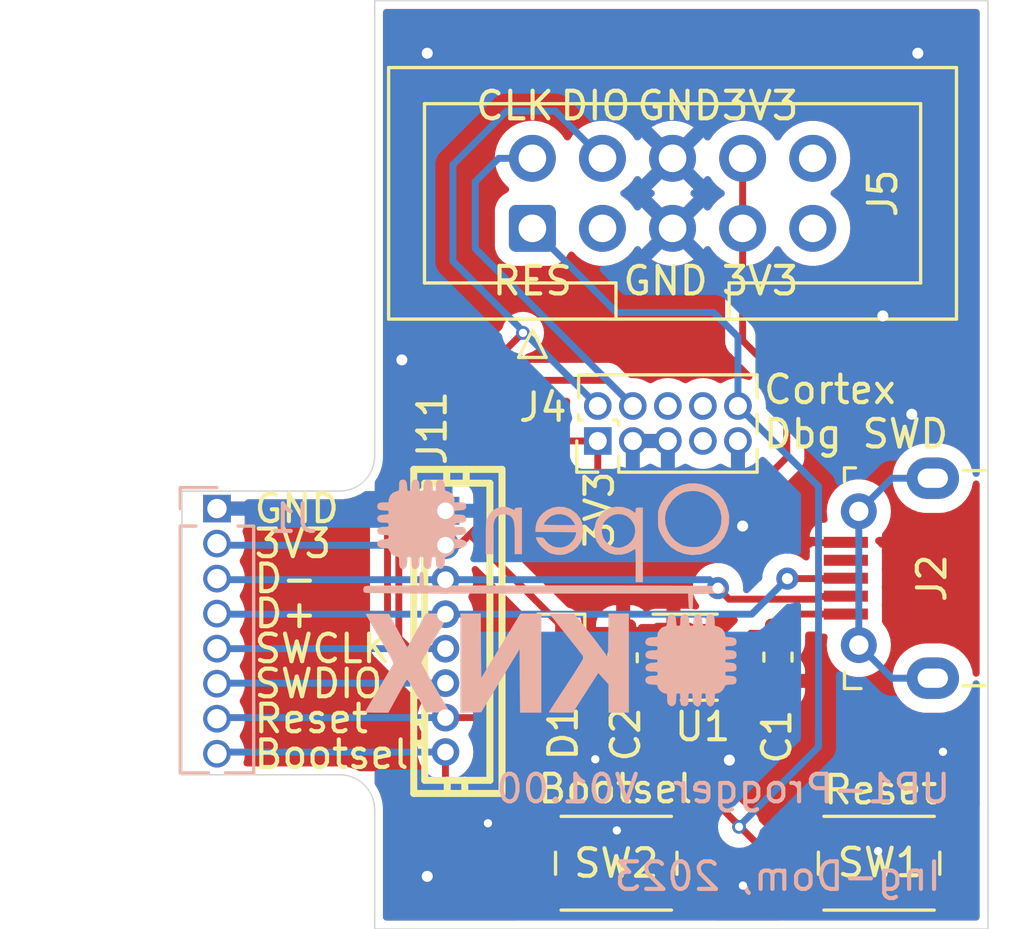
<source format=kicad_pcb>
(kicad_pcb (version 20221018) (generator pcbnew)
  (title_block (date "2023-12-08") (rev "V01.00"))
  (layers (0 "F.Cu" signal) (31 "B.Cu" signal) (34 "B.Paste" user) (35 "F.Paste" user) (36 "B.SilkS" user "B.Silkscreen") (37 "F.SilkS" user "F.Silkscreen") (38 "B.Mask" user) (39 "F.Mask" user) (44 "Edge.Cuts" user))
  (net 0 "")
  (net 1 "Reset")
  (net 2 "SWDIO")
  (net 3 "SWCLK")
  (net 4 "D+")
  (net 5 "D-")
  (net 6 "GND")
  (net 7 "+5V")
  (net 8 "Net-(D1-A)")
  (net 9 "+3.3V")
  (net 11 "unconnected-(J2-Shield-Pad6)")
  (net 14 "Bootsel")
  (footprint "Connector_PinHeader_1.27mm:PinHeader_2x05_P1.27mm_Vertical" (layer "F.Cu") (at 105.24 110.58 90)
    (fp_text reference "J4" (at 1.22 -1.99 180) (layer "F.SilkS"))
    (fp_text value "SWD_Interface")
    (pad "1" thru_hole rect (at 0 0 90) (size 1 1) (drill 0.65) (layers "*.Cu" "*.Mask") (net 9 "+3.3V"))
    (pad "2" thru_hole oval (at 1.27 0 90) (size 1 1) (drill 0.65) (layers "*.Cu" "*.Mask") (net 2 "SWDIO"))
    (pad "3" thru_hole oval (at 0 1.27 90) (size 1 1) (drill 0.65) (layers "*.Cu" "*.Mask") (net 6 "GND"))
    (pad "4" thru_hole oval (at 1.27 1.27 90) (size 1 1) (drill 0.65) (layers "*.Cu" "*.Mask") (net 3 "SWCLK"))
    (pad "5" thru_hole oval (at 0 2.54 90) (size 1 1) (drill 0.65) (layers "*.Cu" "*.Mask") (net 6 "GND"))
    (pad "6" thru_hole oval (at 1.27 2.54 90) (size 1 1) (drill 0.65) (layers "*.Cu" "*.Mask"))
    (pad "7" thru_hole oval (at 0 3.81 90) (size 1 1) (drill 0.65) (layers "*.Cu" "*.Mask"))
    (pad "8" thru_hole oval (at 1.27 3.81 90) (size 1 1) (drill 0.65) (layers "*.Cu" "*.Mask"))
    (pad "9" thru_hole oval (at 0 5.08 90) (size 1 1) (drill 0.65) (layers "*.Cu" "*.Mask") (net 6 "GND"))
    (pad "10" thru_hole oval (at 1.27 5.08 90) (size 1 1) (drill 0.65) (layers "*.Cu" "*.Mask") (net 1 "Reset"))
  )
  (footprint "Connector_IDC:IDC-Header_2x05_P2.54mm_Vertical" (layer "F.Cu") (at 102.87 102.87 90)
    (fp_text reference "J5" (at 1.27 12.7 90) (layer "F.SilkS"))
    (fp_text value "ST Link V2 Clone")
    (pad "1" thru_hole roundrect (at 0 0 90) (size 1.7 1.7) (drill 1) (layers "*.Cu" "*.Mask") (roundrect_rratio 0.1470588235) (net 1 "Reset"))
    (pad "2" thru_hole circle (at 2.54 0 90) (size 1.7 1.7) (drill 1) (layers "*.Cu" "*.Mask") (net 3 "SWCLK"))
    (pad "3" thru_hole circle (at 0 2.54 90) (size 1.7 1.7) (drill 1) (layers "*.Cu" "*.Mask"))
    (pad "4" thru_hole circle (at 2.54 2.54 90) (size 1.7 1.7) (drill 1) (layers "*.Cu" "*.Mask") (net 2 "SWDIO"))
    (pad "5" thru_hole circle (at 0 5.08 90) (size 1.7 1.7) (drill 1) (layers "*.Cu" "*.Mask") (net 6 "GND"))
    (pad "6" thru_hole circle (at 2.54 5.08 90) (size 1.7 1.7) (drill 1) (layers "*.Cu" "*.Mask") (net 6 "GND"))
    (pad "7" thru_hole circle (at 0 7.62 90) (size 1.7 1.7) (drill 1) (layers "*.Cu" "*.Mask") (net 9 "+3.3V"))
    (pad "8" thru_hole circle (at 2.54 7.62 90) (size 1.7 1.7) (drill 1) (layers "*.Cu" "*.Mask") (net 9 "+3.3V"))
    (pad "9" thru_hole circle (at 0 10.16 90) (size 1.7 1.7) (drill 1) (layers "*.Cu" "*.Mask"))
    (pad "10" thru_hole circle (at 2.54 10.16 90) (size 1.7 1.7) (drill 1) (layers "*.Cu" "*.Mask"))
  )
  (footprint "Capacitor_SMD:C_0603_1608Metric_Pad1.08x0.95mm_HandSolder" (layer "F.Cu") (at 111.77 118.4175 -90)
    (fp_text reference "C1" (at 2.8825 0.04 -90) (layer "F.SilkS"))
    (fp_text value "1u")
    (pad "1" smd roundrect (at -0.8625 0 270) (size 1.075 0.95) (layers "F.Cu" "F.Paste" "F.Mask") (net 7 "+5V"))
    (pad "2" smd roundrect (at 0.8625 0 270) (size 1.075 0.95) (layers "F.Cu" "F.Paste" "F.Mask") (net 6 "GND"))
  )
  (footprint "Capacitor_SMD:C_0603_1608Metric_Pad1.08x0.95mm_HandSolder" (layer "F.Cu") (at 106.16 118.44 90)
    (fp_text reference "C2" (at -2.78 0.09 90) (layer "F.SilkS"))
    (fp_text value "1u")
    (pad "1" smd roundrect (at -0.8625 0 90) (size 1.075 0.95) (layers "F.Cu" "F.Paste" "F.Mask") (net 8 "Net-(D1-A)"))
    (pad "2" smd roundrect (at 0.8625 0 90) (size 1.075 0.95) (layers "F.Cu" "F.Paste" "F.Mask") (net 6 "GND"))
  )
  (footprint "EasyEDAModLib:C455282_SW-SMD_4P-L4.2-W3.3-P2.15-LS5.1_Handsolder" (layer "F.Cu") (at 105.91 125.89)
    (fp_text reference "SW2" (at 0 0) (layer "F.SilkS"))
    (fp_text value "Bootsel" (at -0.03 -2.7) (layer "F.SilkS"))
    (pad "1" smd rect (at -2.35 -1.075) (size 1.6 1.05) (layers "F.Cu" "F.Paste" "F.Mask") (net 6 "GND"))
    (pad "1" smd rect (at 2.35 -1.075) (size 1.6 1.05) (layers "F.Cu" "F.Paste" "F.Mask") (net 6 "GND"))
    (pad "2" smd rect (at -2.35 1.075) (size 1.6 1.05) (layers "F.Cu" "F.Paste" "F.Mask") (net 14 "Bootsel"))
    (pad "2" smd rect (at 2.35 1.075) (size 1.6 1.05) (layers "F.Cu" "F.Paste" "F.Mask") (net 14 "Bootsel"))
  )
  (footprint "Package_TO_SOT_SMD:SOT-23" (layer "F.Cu") (at 108.92 118.42)
    (fp_text reference "U1" (at 0.12 2.52 -180) (layer "F.SilkS"))
    (fp_text value "LDO_3V3_SOT23-3")
    (pad "1" smd roundrect (at -0.9375 -0.95) (size 1.475 0.6) (layers "F.Cu" "F.Paste" "F.Mask") (net 6 "GND"))
    (pad "2" smd roundrect (at -0.9375 0.95) (size 1.475 0.6) (layers "F.Cu" "F.Paste" "F.Mask") (net 8 "Net-(D1-A)"))
    (pad "3" smd roundrect (at 0.9375 0) (size 1.475 0.6) (layers "F.Cu" "F.Paste" "F.Mask") (net 7 "+5V"))
  )
  (footprint "EasyEDAModLib:C455282_SW-SMD_4P-L4.2-W3.3-P2.15-LS5.1_Handsolder" (layer "F.Cu") (at 115.435 125.89)
    (fp_text reference "SW1" (at 0.025 -0.02) (layer "F.SilkS"))
    (fp_text value "Reset" (at 0.055 -2.66) (layer "F.SilkS"))
    (pad "1" smd rect (at -2.35 -1.075) (size 1.6 1.05) (layers "F.Cu" "F.Paste" "F.Mask") (net 6 "GND"))
    (pad "1" smd rect (at 2.35 -1.075) (size 1.6 1.05) (layers "F.Cu" "F.Paste" "F.Mask") (net 6 "GND"))
    (pad "2" smd rect (at -2.35 1.075) (size 1.6 1.05) (layers "F.Cu" "F.Paste" "F.Mask") (net 1 "Reset"))
    (pad "2" smd rect (at 2.35 1.075) (size 1.6 1.05) (layers "F.Cu" "F.Paste" "F.Mask") (net 1 "Reset"))
  )
  (footprint "DomsKiCADLib:USB_Micro-B_JING_C10418" (layer "F.Cu") (at 115.98 115.555 -90)
    (fp_text reference "J2" (at 0 -1.368 -90) (layer "F.SilkS"))
    (fp_text value "USB_B_Micro")
    (pad "1" smd rect (at 1.3 1.75 270) (size 0.4 1.6) (layers "F.Cu" "F.Paste" "F.Mask") (net 7 "+5V"))
    (pad "2" smd rect (at 0.65 1.75 270) (size 0.4 1.6) (layers "F.Cu" "F.Paste" "F.Mask") (net 5 "D-"))
    (pad "3" smd rect (at 0 1.75 270) (size 0.4 1.6) (layers "F.Cu" "F.Paste" "F.Mask") (net 4 "D+"))
    (pad "4" smd rect (at -0.65 1.75 270) (size 0.4 1.6) (layers "F.Cu" "F.Paste" "F.Mask"))
    (pad "5" smd rect (at -1.3 1.75 270) (size 0.4 1.6) (layers "F.Cu" "F.Paste" "F.Mask") (net 6 "GND"))
    (pad "6" thru_hole oval (at -3.625 -1.4 90) (size 1.5 1.9) (drill oval 0.7 1.1) (layers "*.Cu" "*.Mask") (net 11 "unconnected-(J2-Shield-Pad6)"))
    (pad "6" thru_hole circle (at -2.425 1.28 90) (size 1.3 1.3) (drill 0.7) (layers "*.Cu" "*.Mask") (net 11 "unconnected-(J2-Shield-Pad6)"))
    (pad "6" thru_hole circle (at 2.425 1.28 90) (size 1.3 1.3) (drill 0.7) (layers "*.Cu" "*.Mask") (net 11 "unconnected-(J2-Shield-Pad6)"))
    (pad "6" thru_hole oval (at 3.625 -1.4 90) (size 1.5 1.9) (drill oval 0.7 1.1) (layers "*.Cu" "*.Mask") (net 11 "unconnected-(J2-Shield-Pad6)"))
  )
  (footprint "EasyEDALib:CONN-TH_1.25-8A" (layer "F.Cu") (at 99.72 117.484968 -90)
    (fp_text reference "J11" (at -7.374968 0.48 90) (layer "F.SilkS"))
    (fp_text value "UP1_Prog_Connector")
    (pad "1" thru_hole rect (at -4.375032 0 270) (size 1 1) (drill 0.6) (layers "*.Cu" "*.Mask") (net 6 "GND"))
    (pad "2" thru_hole circle (at -3.125095 0 270) (size 1 1) (drill 0.6) (layers "*.Cu" "*.Mask") (net 9 "+3.3V"))
    (pad "3" thru_hole circle (at -1.874905 0 270) (size 1 1) (drill 0.6) (layers "*.Cu" "*.Mask") (net 5 "D-"))
    (pad "4" thru_hole circle (at -0.624968 0 270) (size 1 1) (drill 0.6) (layers "*.Cu" "*.Mask") (net 4 "D+"))
    (pad "5" thru_hole circle (at 0.624968 0 270) (size 1 1) (drill 0.6) (layers "*.Cu" "*.Mask") (net 3 "SWCLK"))
    (pad "6" thru_hole circle (at 1.874905 0 270) (size 1 1) (drill 0.6) (layers "*.Cu" "*.Mask") (net 2 "SWDIO"))
    (pad "7" thru_hole circle (at 3.125095 0 270) (size 1 1) (drill 0.6) (layers "*.Cu" "*.Mask") (net 1 "Reset"))
    (pad "8" thru_hole circle (at 4.375032 0 270) (size 1 1) (drill 0.6) (layers "*.Cu" "*.Mask") (net 14 "Bootsel"))
  )
  (footprint "Diode_SMD:D_SOD-323" (layer "F.Cu") (at 103.92 118.47 -90)
    (fp_text reference "D1" (at 2.71 -0.07 90) (layer "F.SilkS"))
    (fp_text value "1N5819")
    (pad "1" smd roundrect (at -1.05 0 270) (size 0.6 0.45) (layers "F.Cu" "F.Paste" "F.Mask") (net 9 "+3.3V"))
    (pad "2" smd roundrect (at 1.05 0 270) (size 0.6 0.45) (layers "F.Cu" "F.Paste" "F.Mask") (net 8 "Net-(D1-A)"))
  )
  (footprint "Connector_PinSocket_1.27mm:PinSocket_1x08_P1.27mm_Vertical" (layer "B.Cu") (at 91.44 113.03 180)
    (fp_text reference "J1" (at -2.7686 -0.3556) (layer "B.SilkS") (effects (justify mirror)))
    (fp_text value "UP1_Prog_Connector")
    (pad "1" thru_hole rect (at 0 0 180) (size 1 1) (drill 0.7) (layers "*.Cu" "*.Mask") (net 6 "GND"))
    (pad "2" thru_hole oval (at 0 -1.27 180) (size 1 1) (drill 0.7) (layers "*.Cu" "*.Mask") (net 9 "+3.3V"))
    (pad "3" thru_hole oval (at 0 -2.54 180) (size 1 1) (drill 0.7) (layers "*.Cu" "*.Mask") (net 5 "D-"))
    (pad "4" thru_hole oval (at 0 -3.81 180) (size 1 1) (drill 0.7) (layers "*.Cu" "*.Mask") (net 4 "D+"))
    (pad "5" thru_hole oval (at 0 -5.08 180) (size 1 1) (drill 0.7) (layers "*.Cu" "*.Mask") (net 3 "SWCLK"))
    (pad "6" thru_hole oval (at 0 -6.35 180) (size 1 1) (drill 0.7) (layers "*.Cu" "*.Mask") (net 2 "SWDIO"))
    (pad "7" thru_hole oval (at 0 -7.62 180) (size 1 1) (drill 0.7) (layers "*.Cu" "*.Mask") (net 1 "Reset"))
    (pad "8" thru_hole oval (at 0 -8.89 180) (size 1 1) (drill 0.7) (layers "*.Cu" "*.Mask") (net 14 "Bootsel"))
  )
  (footprint "OpenKNX:OpenKNX_Logo_14x09" (layer "B.Cu") (at 103.505 116.84 180)
    (fp_text reference "G***" hide)
    (fp_text value "LOGO" hide)
  )
  (gr_line (start 97.155 128.27) (end 97.155 123.952) (stroke (width 0.05)) (layer "Edge.Cuts"))
  (gr_arc (start 97.155 111.125) (mid 96.783026 112.023026) (end 95.885 112.395) (stroke (width 0.05)) (layer "Edge.Cuts"))
  (gr_line (start 90.17 122.682) (end 95.885 122.682) (stroke (width 0.05)) (layer "Edge.Cuts"))
  (gr_line (start 92.71 112.395) (end 90.17 112.395) (stroke (width 0.05)) (layer "Edge.Cuts"))
  (gr_line (start 90.17 112.395) (end 90.17 122.682) (stroke (width 0.05)) (layer "Edge.Cuts"))
  (gr_arc (start 95.885 122.682) (mid 96.783026 123.053974) (end 97.155 123.952) (stroke (width 0.05)) (layer "Edge.Cuts"))
  (gr_line (start 97.155 94.615) (end 119.38 94.615) (stroke (width 0.05)) (layer "Edge.Cuts"))
  (gr_line (start 97.155 106.045) (end 97.155 94.615) (stroke (width 0.05)) (layer "Edge.Cuts"))
  (gr_line (start 119.38 94.615) (end 119.38 128.27) (stroke (width 0.05)) (layer "Edge.Cuts"))
  (gr_line (start 97.155 111.125) (end 97.155 106.045) (stroke (width 0.05)) (layer "Edge.Cuts"))
  (gr_line (start 119.38 128.27) (end 97.155 128.27) (stroke (width 0.05)) (layer "Edge.Cuts"))
  (gr_line (start 92.71 112.395) (end 95.885 112.395) (stroke (width 0.05)) (layer "Edge.Cuts"))
  (gr_text "Ing-Dom, 2023" (at 111.76 126.365) (layer "B.SilkS") (effects (font (size 1 1)) (justify mirror)))
  (gr_text "UP1-Progger" (at 118.11 123.19) (layer "B.SilkS") (effects (font (size 1 1)) (justify left mirror)))
  (gr_text "V01.00" (at 104.14 123.19) (layer "B.SilkS") (effects (font (size 1 1)) (justify mirror)))
  (gr_text "3V3" (at 92.71 114.3) (layer "F.SilkS") (effects (font (size 1 1)) (justify left)))
  (gr_text "D-" (at 92.71 115.57) (layer "F.SilkS") (effects (font (size 1 1)) (justify left)))
  (gr_text "D+" (at 92.71 116.84) (layer "F.SilkS") (effects (font (size 1 1)) (justify left)))
  (gr_text "SWCLK" (at 92.71 118.11) (layer "F.SilkS") (effects (font (size 1 1)) (justify left)))
  (gr_text "SWDIO" (at 92.71 119.38) (layer "F.SilkS") (effects (font (size 1 1)) (justify left)))
  (gr_text "Reset" (at 92.71 120.65) (layer "F.SilkS") (effects (font (size 1 1)) (justify left)))
  (gr_text "3V3" (at 105.3 114.55 90) (layer "F.SilkS") (effects (font (size 1 1)) (justify left)))
  (gr_text "Bootsel" (at 92.71 121.9454) (layer "F.SilkS") (effects (font (size 1 1)) (justify left)))
  (gr_text "DIO" (at 105.156 98.425) (layer "F.SilkS") (effects (font (size 1 1))))
  (gr_text "GND" (at 108.204 98.425) (layer "F.SilkS") (effects (font (size 1 1))))
  (gr_text "3V3" (at 111.125 98.425) (layer "F.SilkS") (effects (font (size 1 1))))
  (gr_text "RES" (at 102.87 104.775) (layer "F.SilkS") (effects (font (size 1 1))))
  (gr_text "GND" (at 107.696 104.775) (layer "F.SilkS") (effects (font (size 1 1))))
  (gr_text "3V3" (at 111.125 104.775) (layer "F.SilkS") (effects (font (size 1 1))))
  (gr_text "CLK" (at 102.235 98.425) (layer "F.SilkS") (effects (font (size 1 1))))
  (gr_text "GND" (at 92.71 113.03) (layer "F.SilkS") (effects (font (size 1 1)) (justify left)))
  (gr_text "Cortex\nDbg SWD" (at 111.17 109.52) (layer "F.SilkS") (effects (font (size 1 1)) (justify left)))
  (segment (start 113.085 126.965) (end 112.795 126.965) (width 0.25) (layer "F.Cu") (net 1))
  (segment (start 110.37 124.54) (end 106.440063 120.610063) (width 0.25) (layer "F.Cu") (net 1))
  (segment (start 110.4 124.57) (end 110.36 124.57) (width 0.25) (layer "F.Cu") (net 1))
  (segment (start 110.36 124.53) (end 110.37 124.54) (width 0.25) (layer "F.Cu") (net 1))
  (segment (start 117.785 126.965) (end 116.735 126.965) (width 0.25) (layer "F.Cu") (net 1))
  (segment (start 112.795 126.965) (end 110.4 124.57) (width 0.25) (layer "F.Cu") (net 1))
  (segment (start 110.36 124.57) (end 110.36 124.53) (width 0.25) (layer "F.Cu") (net 1))
  (segment (start 116.735 126.965) (end 113.085 126.965) (width 0.25) (layer "F.Cu") (net 1))
  (segment (start 106.440063 120.610063) (end 99.72 120.610063) (width 0.25) (layer "F.Cu") (net 1))
  (via (at 110.36 124.57) (size 0.5) (drill 0.3) (layers "F.Cu" "B.Cu") (net 1))
  (segment (start 110.32 109.31) (end 113.24 112.23) (width 0.25) (layer "B.Cu") (net 1))
  (segment (start 110.37 124.54) (end 113.24 121.67) (width 0.25) (layer "B.Cu") (net 1))
  (segment (start 102.87 102.87) (end 105.92 105.92) (width 0.25) (layer "B.Cu") (net 1))
  (segment (start 109.44 105.92) (end 110.32 106.8) (width 0.25) (layer "B.Cu") (net 1))
  (segment (start 105.92 105.92) (end 109.44 105.92) (width 0.25) (layer "B.Cu") (net 1))
  (segment (start 113.24 121.67) (end 113.24 121.14) (width 0.25) (layer "B.Cu") (net 1))
  (segment (start 99.72 120.610063) (end 91.479937 120.610063) (width 0.25) (layer "B.Cu") (net 1))
  (segment (start 113.24 121.14) (end 113.24 121.6) (width 0.25) (layer "B.Cu") (net 1))
  (segment (start 110.32 106.8) (end 110.32 109.31) (width 0.25) (layer "B.Cu") (net 1))
  (segment (start 113.24 112.23) (end 113.24 121.14) (width 0.25) (layer "B.Cu") (net 1))
  (segment (start 91.479937 120.610063) (end 91.44 120.65) (width 0.25) (layer "B.Cu") (net 1))
  (segment (start 99.72 119.359873) (end 99.012894 119.359873) (width 0.25) (layer "F.Cu") (net 2))
  (segment (start 97.62 117.966979) (end 97.62 111.56) (width 0.25) (layer "F.Cu") (net 2))
  (segment (start 97.62 111.56) (end 102.48 106.7) (width 0.25) (layer "F.Cu") (net 2))
  (segment (start 99.012894 119.359873) (end 97.62 117.966979) (width 0.25) (layer "F.Cu") (net 2))
  (via (at 102.53 106.66) (size 0.5) (drill 0.3) (layers "F.Cu" "B.Cu") (net 2))
  (segment (start 99.99 103.6) (end 99.99 100.56) (width 0.25) (layer "B.Cu") (net 2))
  (segment (start 102.59 106.66) (end 102.53 106.66) (width 0.25) (layer "B.Cu") (net 2))
  (segment (start 99.99 100.56) (end 101.93 98.62) (width 0.25) (layer "B.Cu") (net 2))
  (segment (start 103.7 98.62) (end 105.41 100.33) (width 0.25) (layer "B.Cu") (net 2))
  (segment (start 101.93 98.62) (end 103.7 98.62) (width 0.25) (layer "B.Cu") (net 2))
  (segment (start 105.24 109.31) (end 102.59 106.66) (width 0.25) (layer "B.Cu") (net 2))
  (segment (start 99.72 119.359873) (end 91.460127 119.359873) (width 0.25) (layer "B.Cu") (net 2))
  (segment (start 91.460127 119.359873) (end 91.44 119.38) (width 0.25) (layer "B.Cu") (net 2))
  (segment (start 99.99 104.06) (end 99.99 103.6) (width 0.25) (layer "B.Cu") (net 2))
  (segment (start 102.53 106.6) (end 99.99 104.06) (width 0.25) (layer "B.Cu") (net 2))
  (segment (start 102.53 106.66) (end 102.53 106.6) (width 0.25) (layer "B.Cu") (net 2))
  (segment (start 98.419936 118.109936) (end 99.72 118.109936) (width 0.25) (layer "F.Cu") (net 3))
  (segment (start 105.58 108.38) (end 101.99 108.38) (width 0.25) (layer "F.Cu") (net 3))
  (segment (start 98.03 112.34) (end 98.03 117.72) (width 0.25) (layer "F.Cu") (net 3))
  (segment (start 101.99 108.38) (end 98.03 112.34) (width 0.25) (layer "F.Cu") (net 3))
  (segment (start 106.51 109.31) (end 105.58 108.38) (width 0.25) (layer "F.Cu") (net 3))
  (segment (start 98.03 117.72) (end 98.419936 118.109936) (width 0.25) (layer "F.Cu") (net 3))
  (segment (start 101.648686 100.33) (end 100.798686 101.18) (width 0.25) (layer "B.Cu") (net 3))
  (segment (start 99.72 118.109936) (end 91.440064 118.109936) (width 0.25) (layer "B.Cu") (net 3))
  (segment (start 100.798686 103.598686) (end 100.798686 103.08) (width 0.25) (layer "B.Cu") (net 3))
  (segment (start 102.87 100.33) (end 101.648686 100.33) (width 0.25) (layer "B.Cu") (net 3))
  (segment (start 106.51 109.31) (end 100.798686 103.598686) (width 0.25) (layer "B.Cu") (net 3))
  (segment (start 91.440064 118.109936) (end 91.44 118.11) (width 0.25) (layer "B.Cu") (net 3))
  (segment (start 100.798686 101.18) (end 100.798686 103.08) (width 0.25) (layer "B.Cu") (net 3))
  (segment (start 112.11 115.57) (end 114.23 115.57) (width 0.25) (layer "F.Cu") (net 4))
  (via (at 112.11 115.57) (size 0.8) (drill 0.4) (layers "F.Cu" "B.Cu") (net 4))
  (segment (start 112.11 115.57) (end 112.11 115.57) (width 0.25) (layer "B.Cu") (net 4))
  (segment (start 110.82 116.86) (end 112.11 115.57) (width 0.25) (layer "B.Cu") (net 4))
  (segment (start 91.46 116.86) (end 91.44 116.84) (width 0.25) (layer "B.Cu") (net 4))
  (segment (start 99.72 116.86) (end 91.46 116.86) (width 0.25) (layer "B.Cu") (net 4))
  (segment (start 99.72 116.86) (end 110.82 116.86) (width 0.25) (layer "B.Cu") (net 4))
  (segment (start 109.994999 116.314999) (end 109.595 115.915) (width 0.25) (layer "F.Cu") (net 5))
  (segment (start 113.304989 116.22) (end 113.20999 116.314999) (width 0.25) (layer "F.Cu") (net 5))
  (segment (start 114.23 116.22) (end 113.304989 116.22) (width 0.25) (layer "F.Cu") (net 5))
  (segment (start 113.20999 116.314999) (end 109.994999 116.314999) (width 0.25) (layer "F.Cu") (net 5))
  (via (at 109.595 115.915) (size 0.8) (drill 0.4) (layers "F.Cu" "B.Cu") (net 5))
  (segment (start 109.290063 115.610063) (end 109.595 115.915) (width 0.25) (layer "B.Cu") (net 5))
  (segment (start 99.72 115.610063) (end 91.480063 115.610063) (width 0.25) (layer "B.Cu") (net 5))
  (segment (start 99.72 115.610063) (end 109.290063 115.610063) (width 0.25) (layer "B.Cu") (net 5))
  (segment (start 91.480063 115.610063) (end 91.44 115.57) (width 0.25) (layer "B.Cu") (net 5))
  (segment (start 111.095 114.27) (end 110.49 113.665) (width 0.25) (layer "F.Cu") (net 6))
  (segment (start 114.23 114.27) (end 111.095 114.27) (width 0.25) (layer "F.Cu") (net 6))
  (via (at 115.4 125.45) (size 0.5) (drill 0.3) (layers "F.Cu" "B.Cu") (net 6))
  (via (at 99.06 126.365) (size 0.8) (drill 0.4) (layers "F.Cu" "B.Cu") (net 6))
  (via (at 110.01 122.15) (size 0.8) (drill 0.4) (layers "F.Cu" "B.Cu") (net 6))
  (via (at 101.26 124.44) (size 0.5) (drill 0.3) (layers "F.Cu" "B.Cu") (net 6))
  (via (at 105.15 122.12) (size 0.5) (drill 0.3) (layers "F.Cu" "B.Cu") (net 6))
  (via (at 116.84 96.52) (size 0.8) (drill 0.4) (layers "F.Cu" "B.Cu") (net 6))
  (via (at 116.62 109.61) (size 0.8) (drill 0.4) (layers "F.Cu" "B.Cu") (net 6))
  (via (at 110.49 113.665) (size 0.8) (drill 0.4) (layers "F.Cu" "B.Cu") (net 6))
  (via (at 99.06 96.52) (size 0.8) (drill 0.4) (layers "F.Cu" "B.Cu") (net 6))
  (via (at 117.75 121.85) (size 0.5) (drill 0.3) (layers "F.Cu" "B.Cu") (net 6))
  (via (at 105.93 124.7) (size 0.5) (drill 0.3) (layers "F.Cu" "B.Cu") (net 6))
  (via (at 110.5 126.7) (size 0.5) (drill 0.3) (layers "F.Cu" "B.Cu") (net 6))
  (via (at 115.57 106.045) (size 0.8) (drill 0.4) (layers "F.Cu" "B.Cu") (net 6))
  (via (at 98.14 107.64) (size 0.8) (drill 0.4) (layers "F.Cu" "B.Cu") (net 6))
  (segment (start 91.519936 113.109936) (end 91.44 113.03) (width 0.25) (layer "B.Cu") (net 6))
  (segment (start 99.72 113.109936) (end 91.519936 113.109936) (width 0.25) (layer "B.Cu") (net 6))
  (segment (start 111.77 117.555) (end 110.785 117.555) (width 0.25) (layer "F.Cu") (net 7))
  (segment (start 110.785 117.555) (end 109.92 118.42) (width 0.25) (layer "F.Cu") (net 7))
  (segment (start 114.23 116.855) (end 112.47 116.855) (width 0.25) (layer "F.Cu") (net 7))
  (segment (start 112.47 116.855) (end 111.77 117.555) (width 0.25) (layer "F.Cu") (net 7))
  (segment (start 103.92 119.52) (end 105.9425 119.52) (width 0.25) (layer "F.Cu") (net 8))
  (segment (start 107.92 119.37) (end 106.2275 119.37) (width 0.25) (layer "F.Cu") (net 8))
  (segment (start 105.9425 119.52) (end 106.16 119.3025) (width 0.25) (layer "F.Cu") (net 8))
  (segment (start 106.2275 119.37) (end 106.16 119.3025) (width 0.25) (layer "F.Cu") (net 8))
  (segment (start 110.49 100.33) (end 110.49 102.87) (width 0.25) (layer "F.Cu") (net 9))
  (segment (start 103.99 110.58) (end 100.6 113.97) (width 0.25) (layer "F.Cu") (net 9))
  (segment (start 100.210127 114.359873) (end 99.72 114.359873) (width 0.25) (layer "F.Cu") (net 9))
  (segment (start 110.49 102.87) (end 110.49 106.94) (width 0.25) (layer "F.Cu") (net 9))
  (segment (start 112.09 111.17) (end 110.92 112.34) (width 0.25) (layer "F.Cu") (net 9))
  (segment (start 103.92 117.42) (end 103.92 117.29) (width 0.25) (layer "F.Cu") (net 9))
  (segment (start 103.92 117.29) (end 100.6 113.97) (width 0.25) (layer "F.Cu") (net 9))
  (segment (start 105.89 112.34) (end 105.24 111.69) (width 0.25) (layer "F.Cu") (net 9))
  (segment (start 105.24 111.69) (end 105.24 110.58) (width 0.25) (layer "F.Cu") (net 9))
  (segment (start 100.6 113.97) (end 100.210127 114.359873) (width 0.25) (layer "F.Cu") (net 9))
  (segment (start 112.09 108.54) (end 112.09 111.17) (width 0.25) (layer "F.Cu") (net 9))
  (segment (start 110.49 106.94) (end 112.09 108.54) (width 0.25) (layer "F.Cu") (net 9))
  (segment (start 110.92 112.34) (end 105.89 112.34) (width 0.25) (layer "F.Cu") (net 9))
  (segment (start 105.24 110.58) (end 103.99 110.58) (width 0.25) (layer "F.Cu") (net 9))
  (segment (start 99.85 114.46) (end 99.85 114.46) (width 0.25) (layer "B.Cu") (net 9))
  (segment (start 99.72 114.359873) (end 91.499873 114.359873) (width 0.25) (layer "B.Cu") (net 9))
  (segment (start 91.499873 114.359873) (end 91.44 114.3) (width 0.25) (layer "B.Cu") (net 9))
  (segment (start 117.38 111.93) (end 115.9 111.93) (width 0.25) (layer "B.Cu") (net 11))
  (segment (start 117.38 119.18) (end 115.9 119.18) (width 0.25) (layer "B.Cu") (net 11))
  (segment (start 115.9 111.93) (end 114.7 113.13) (width 0.25) (layer "B.Cu") (net 11))
  (segment (start 115.9 119.18) (end 114.7 117.98) (width 0.25) (layer "B.Cu") (net 11))
  (segment (start 114.7 113.13) (end 114.7 117.98) (width 0.25) (layer "B.Cu") (net 11))
  (segment (start 103.56 126.965) (end 101.615 126.965) (width 0.25) (layer "F.Cu") (net 14))
  (segment (start 104.61 126.965) (end 108.26 126.965) (width 0.25) (layer "F.Cu") (net 14))
  (segment (start 101.615 126.965) (end 99.72 125.07) (width 0.25) (layer "F.Cu") (net 14))
  (segment (start 103.56 126.965) (end 104.61 126.965) (width 0.25) (layer "F.Cu") (net 14))
  (segment (start 99.72 125.07) (end 99.72 121.86) (width 0.25) (layer "F.Cu") (net 14))
  (segment (start 99.72 121.86) (end 91.5 121.86) (width 0.25) (layer "B.Cu") (net 14))
  (segment (start 91.5 121.86) (end 91.44 121.92) (width 0.25) (layer "B.Cu") (net 14))
  (zone (net 6) (net_name "GND") (layer "F.Cu") (connect_pads (clearance 0.508)) (min_thickness 0.254) (fill yes (thermal_gap 0.508) (thermal_bridge_width 0.508))
    (polygon (pts (xy 119.38 94.615) (xy 97.155 94.615) (xy 97.155 112.395) (xy 90.17 112.395) (xy 90.17 122.555) (xy 97.155 122.555) (xy 97.155 128.27) (xy 119.38 128.27)))
  )
  (zone (net 6) (net_name "GND") (layer "B.Cu") (connect_pads (clearance 0.508)) (min_thickness 0.254) (fill yes (thermal_gap 0.508) (thermal_bridge_width 0.508))
    (polygon (pts (xy 97.155 94.615) (xy 119.38 94.615) (xy 119.38 128.27) (xy 97.155 128.27) (xy 97.155 122.555) (xy 90.17 122.555) (xy 90.17 112.395) (xy 97.155 112.395)))
  )
)
</source>
